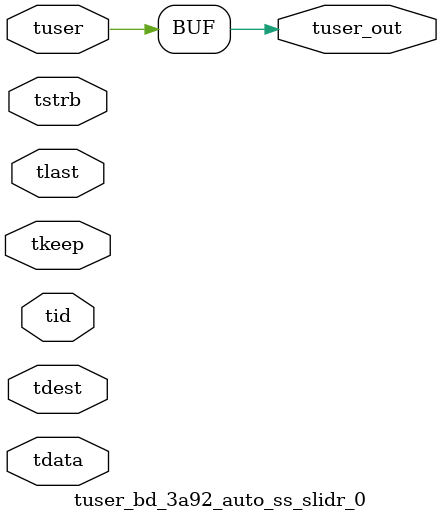
<source format=v>


`timescale 1ps/1ps

module tuser_bd_3a92_auto_ss_slidr_0 #
(
parameter C_S_AXIS_TUSER_WIDTH = 1,
parameter C_S_AXIS_TDATA_WIDTH = 32,
parameter C_S_AXIS_TID_WIDTH   = 0,
parameter C_S_AXIS_TDEST_WIDTH = 0,
parameter C_M_AXIS_TUSER_WIDTH = 1
)
(
input  [(C_S_AXIS_TUSER_WIDTH == 0 ? 1 : C_S_AXIS_TUSER_WIDTH)-1:0     ] tuser,
input  [(C_S_AXIS_TDATA_WIDTH == 0 ? 1 : C_S_AXIS_TDATA_WIDTH)-1:0     ] tdata,
input  [(C_S_AXIS_TID_WIDTH   == 0 ? 1 : C_S_AXIS_TID_WIDTH)-1:0       ] tid,
input  [(C_S_AXIS_TDEST_WIDTH == 0 ? 1 : C_S_AXIS_TDEST_WIDTH)-1:0     ] tdest,
input  [(C_S_AXIS_TDATA_WIDTH/8)-1:0 ] tkeep,
input  [(C_S_AXIS_TDATA_WIDTH/8)-1:0 ] tstrb,
input                                                                    tlast,
output [C_M_AXIS_TUSER_WIDTH-1:0] tuser_out
);

assign tuser_out = {tuser[0:0]};

endmodule


</source>
